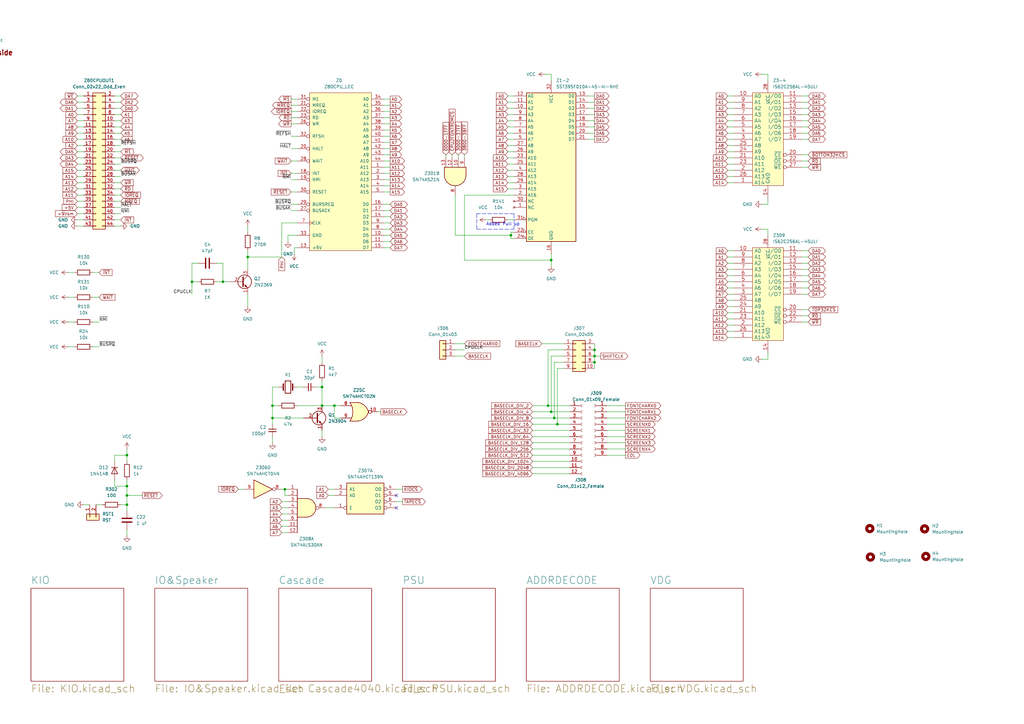
<source format=kicad_sch>
(kicad_sch (version 20211123) (generator eeschema)
  (paper "A3")
  (title_block (title "JupiterAce Z80 plus KIO and new memory format.") (date "2020-05-12") (rev "${REVNUM}") (company "Ontobus") (comment 1 "John Bradley") (comment 2 "https://creativecommons.org/licenses/by-nc-sa/4.0/") (comment 3 "Attribution-NonCommercial-ShareAlike 4.0 International License.") (comment 4 "This work is licensed under a Creative Commons "))
  (junction (at 132.08 166.37))
  (junction (at 111.76 166.37))
  (junction (at 227.33 171.45))
  (junction (at 52.07 207.01))
  (junction (at 91.44 115.57))
  (junction (at 226.06 106.68))
  (junction (at 243.84 148.59))
  (junction (at 224.79 166.37))
  (junction (at 101.6 105.41))
  (junction (at 132.08 158.75))
  (junction (at 52.07 186.69))
  (junction (at 226.06 168.91))
  (junction (at 52.07 203.2))
  (junction (at 209.55 96.52))
  (junction (at 243.84 143.51))
  (junction (at 116.84 200.66))
  (junction (at 111.76 171.45))
  (junction (at 228.6 173.99))
  (junction (at 243.84 146.05))
  (junction (at 78.74 115.57))
  (junction (at 52.07 199.39))
  (junction (at 137.16 166.37))
  (no_connect (at -6.35 41.91))
  (no_connect (at -21.59 44.45))
  (no_connect (at -39.37 39.37))
  (no_connect (at -24.13 41.91))
  (no_connect (at 162.56 208.28))
  (no_connect (at -58.42 39.37))
  (no_connect (at -58.42 44.45))
  (no_connect (at -43.18 41.91))
  (no_connect (at -58.42 69.85))
  (no_connect (at -58.42 64.77))
  (no_connect (at -58.42 113.03))
  (no_connect (at -43.18 115.57))
  (no_connect (at -43.18 67.31))
  (no_connect (at -39.37 64.77))
  (no_connect (at -39.37 69.85))
  (no_connect (at -24.13 67.31))
  (no_connect (at -58.42 92.71))
  (no_connect (at -43.18 92.71))
  (no_connect (at -58.42 118.11))
  (no_connect (at -21.59 39.37))
  (no_connect (at 162.56 203.2))
  (no_connect (at -39.37 44.45))
  (wire (pts (xy 248.92 176.53) (xy 256.54 176.53)))
  (wire (pts (xy 300.99 72.39) (xy 298.45 72.39)))
  (wire (pts (xy 52.07 186.69) (xy 46.99 186.69)))
  (wire (pts (xy 328.93 127) (xy 331.47 127)))
  (wire (pts (xy 226.06 104.14) (xy 226.06 106.68)))
  (wire (pts (xy 241.3 39.37) (xy 243.84 39.37)))
  (wire (pts (xy 30.48 132.08) (xy 27.94 132.08)))
  (wire (pts (xy 34.29 64.77) (xy 31.75 64.77)))
  (wire (pts (xy 120.65 101.6) (xy 120.65 104.14)))
  (wire (pts (xy 34.29 44.45) (xy 31.75 44.45)))
  (wire (pts (xy 210.82 74.93) (xy 208.28 74.93)))
  (wire (pts (xy 300.99 118.11) (xy 298.45 118.11)))
  (wire (pts (xy 209.55 96.52) (xy 209.55 97.79)))
  (wire (pts (xy 248.92 171.45) (xy 256.54 171.45)))
  (wire (pts (xy 190.5 80.01) (xy 210.82 80.01)))
  (wire (pts (xy 328.93 120.65) (xy 331.47 120.65)))
  (wire (pts (xy 46.99 196.85) (xy 46.99 199.39)))
  (wire (pts (xy 52.07 189.23) (xy 52.07 186.69)))
  (polyline (pts (xy 195.58 87.63) (xy 195.58 93.98)))
  (wire (pts (xy 52.07 203.2) (xy 52.07 207.01)))
  (wire (pts (xy 46.99 69.85) (xy 49.53 69.85)))
  (wire (pts (xy 328.93 66.04) (xy 331.47 66.04)))
  (wire (pts (xy 157.48 86.36) (xy 160.02 86.36)))
  (wire (pts (xy 46.99 54.61) (xy 49.53 54.61)))
  (wire (pts (xy 81.28 115.57) (xy 78.74 115.57)))
  (wire (pts (xy 46.99 90.17) (xy 49.53 90.17)))
  (wire (pts (xy 300.99 64.77) (xy 298.45 64.77)))
  (wire (pts (xy 328.93 113.03) (xy 331.47 113.03)))
  (wire (pts (xy 157.48 43.18) (xy 160.02 43.18)))
  (wire (pts (xy 121.92 101.6) (xy 120.65 101.6)))
  (wire (pts (xy 210.82 77.47) (xy 208.28 77.47)))
  (wire (pts (xy 34.29 57.15) (xy 31.75 57.15)))
  (wire (pts (xy 38.1 142.24) (xy 40.64 142.24)))
  (wire (pts (xy 248.92 168.91) (xy 256.54 168.91)))
  (wire (pts (xy 300.99 49.53) (xy 298.45 49.53)))
  (wire (pts (xy 34.29 52.07) (xy 31.75 52.07)))
  (wire (pts (xy 116.84 200.66) (xy 115.57 200.66)))
  (wire (pts (xy 121.92 50.8) (xy 119.38 50.8)))
  (wire (pts (xy 132.08 158.75) (xy 132.08 166.37)))
  (wire (pts (xy 46.99 39.37) (xy 49.53 39.37)))
  (wire (pts (xy 93.98 115.57) (xy 91.44 115.57)))
  (wire (pts (xy 46.99 57.15) (xy 49.53 57.15)))
  (wire (pts (xy 119.38 78.74) (xy 121.92 78.74)))
  (wire (pts (xy 157.48 88.9) (xy 160.02 88.9)))
  (wire (pts (xy 314.96 81.28) (xy 314.96 83.82)))
  (polyline (pts (xy 210.82 87.63) (xy 195.58 87.63)))
  (wire (pts (xy 34.29 82.55) (xy 31.75 82.55)))
  (wire (pts (xy 300.99 128.27) (xy 298.45 128.27)))
  (wire (pts (xy 111.76 181.61) (xy 111.76 179.07)))
  (wire (pts (xy 121.92 71.12) (xy 119.38 71.12)))
  (wire (pts (xy 210.82 49.53) (xy 208.28 49.53)))
  (wire (pts (xy 328.93 129.54) (xy 331.47 129.54)))
  (wire (pts (xy 154.94 168.91) (xy 156.21 168.91)))
  (wire (pts (xy 243.84 146.05) (xy 243.84 148.59)))
  (wire (pts (xy 248.92 173.99) (xy 256.54 173.99)))
  (wire (pts (xy 119.38 55.88) (xy 121.92 55.88)))
  (wire (pts (xy 30.48 121.92) (xy 27.94 121.92)))
  (wire (pts (xy 137.16 171.45) (xy 137.16 166.37)))
  (wire (pts (xy 210.82 54.61) (xy 208.28 54.61)))
  (wire (pts (xy 218.44 181.61) (xy 233.68 181.61)))
  (wire (pts (xy 31.75 90.17) (xy 34.29 90.17)))
  (wire (pts (xy 34.29 74.93) (xy 31.75 74.93)))
  (wire (pts (xy 314.96 30.48) (xy 312.42 30.48)))
  (wire (pts (xy 118.11 210.82) (xy 115.57 210.82)))
  (wire (pts (xy 118.11 213.36) (xy 115.57 213.36)))
  (wire (pts (xy 210.82 90.17) (xy 208.28 90.17)))
  (wire (pts (xy 210.82 39.37) (xy 208.28 39.37)))
  (wire (pts (xy 300.99 125.73) (xy 298.45 125.73)))
  (wire (pts (xy 328.93 63.5) (xy 331.47 63.5)))
  (wire (pts (xy 222.25 140.97) (xy 231.14 140.97)))
  (wire (pts (xy 248.92 179.07) (xy 256.54 179.07)))
  (wire (pts (xy 157.48 68.58) (xy 160.02 68.58)))
  (wire (pts (xy 218.44 191.77) (xy 233.68 191.77)))
  (wire (pts (xy 46.99 74.93) (xy 49.53 74.93)))
  (wire (pts (xy 121.92 60.96) (xy 119.38 60.96)))
  (wire (pts (xy 157.48 58.42) (xy 160.02 58.42)))
  (wire (pts (xy 300.99 138.43) (xy 298.45 138.43)))
  (wire (pts (xy 300.99 113.03) (xy 298.45 113.03)))
  (polyline (pts (xy 195.58 93.98) (xy 210.82 93.98)))
  (wire (pts (xy 328.93 41.91) (xy 331.47 41.91)))
  (wire (pts (xy 46.99 85.09) (xy 49.53 85.09)))
  (wire (pts (xy 241.3 44.45) (xy 243.84 44.45)))
  (wire (pts (xy 224.79 166.37) (xy 224.79 143.51)))
  (wire (pts (xy 300.99 105.41) (xy 298.45 105.41)))
  (wire (pts (xy 157.48 63.5) (xy 160.02 63.5)))
  (wire (pts (xy 210.82 95.25) (xy 209.55 95.25)))
  (wire (pts (xy 210.82 64.77) (xy 208.28 64.77)))
  (wire (pts (xy 111.76 171.45) (xy 111.76 173.99)))
  (wire (pts (xy 328.93 57.15) (xy 331.47 57.15)))
  (wire (pts (xy 157.48 73.66) (xy 160.02 73.66)))
  (wire (pts (xy 200.66 90.17) (xy 199.39 90.17)))
  (wire (pts (xy 328.93 49.53) (xy 331.47 49.53)))
  (wire (pts (xy 116.84 203.2) (xy 118.11 203.2)))
  (wire (pts (xy 30.48 111.76) (xy 27.94 111.76)))
  (wire (pts (xy 241.3 57.15) (xy 243.84 57.15)))
  (wire (pts (xy 162.56 200.66) (xy 165.1 200.66)))
  (wire (pts (xy 157.48 45.72) (xy 160.02 45.72)))
  (wire (pts (xy 210.82 41.91) (xy 208.28 41.91)))
  (wire (pts (xy 118.11 208.28) (xy 115.57 208.28)))
  (wire (pts (xy 300.99 39.37) (xy 298.45 39.37)))
  (wire (pts (xy 218.44 186.69) (xy 233.68 186.69)))
  (wire (pts (xy 46.99 49.53) (xy 49.53 49.53)))
  (wire (pts (xy 41.91 207.01) (xy 39.37 207.01)))
  (wire (pts (xy 227.33 148.59) (xy 231.14 148.59)))
  (wire (pts (xy 243.84 148.59) (xy 243.84 151.13)))
  (wire (pts (xy 298.45 46.99) (xy 300.99 46.99)))
  (wire (pts (xy 116.84 200.66) (xy 116.84 203.2)))
  (wire (pts (xy 226.06 33.02) (xy 226.06 30.48)))
  (wire (pts (xy 111.76 158.75) (xy 111.76 166.37)))
  (wire (pts (xy 248.92 186.69) (xy 256.54 186.69)))
  (wire (pts (xy 210.82 67.31) (xy 208.28 67.31)))
  (wire (pts (xy 210.82 72.39) (xy 208.28 72.39)))
  (wire (pts (xy 111.76 166.37) (xy 111.76 171.45)))
  (wire (pts (xy 118.11 215.9) (xy 115.57 215.9)))
  (wire (pts (xy 118.11 200.66) (xy 116.84 200.66)))
  (wire (pts (xy 300.99 110.49) (xy 298.45 110.49)))
  (wire (pts (xy 157.48 60.96) (xy 160.02 60.96)))
  (wire (pts (xy 226.06 168.91) (xy 233.68 168.91)))
  (wire (pts (xy 46.99 67.31) (xy 49.53 67.31)))
  (wire (pts (xy 137.16 203.2) (xy 134.62 203.2)))
  (wire (pts (xy 248.92 166.37) (xy 256.54 166.37)))
  (wire (pts (xy 224.79 166.37) (xy 233.68 166.37)))
  (wire (pts (xy 38.1 121.92) (xy 40.64 121.92)))
  (wire (pts (xy 46.99 52.07) (xy 49.53 52.07)))
  (wire (pts (xy 241.3 46.99) (xy 243.84 46.99)))
  (wire (pts (xy 209.55 95.25) (xy 209.55 96.52)))
  (wire (pts (xy 137.16 171.45) (xy 139.7 171.45)))
  (wire (pts (xy 52.07 199.39) (xy 52.07 203.2)))
  (wire (pts (xy 129.54 158.75) (xy 132.08 158.75)))
  (wire (pts (xy 243.84 143.51) (xy 243.84 140.97)))
  (wire (pts (xy 34.29 77.47) (xy 31.75 77.47)))
  (wire (pts (xy 218.44 179.07) (xy 233.68 179.07)))
  (wire (pts (xy 300.99 133.35) (xy 298.45 133.35)))
  (wire (pts (xy 157.48 55.88) (xy 160.02 55.88)))
  (wire (pts (xy 52.07 203.2) (xy 58.42 203.2)))
  (wire (pts (xy 46.99 44.45) (xy 49.53 44.45)))
  (wire (pts (xy 248.92 184.15) (xy 256.54 184.15)))
  (wire (pts (xy 227.33 171.45) (xy 233.68 171.45)))
  (wire (pts (xy 300.99 74.93) (xy 298.45 74.93)))
  (wire (pts (xy 34.29 69.85) (xy 31.75 69.85)))
  (wire (pts (xy 228.6 173.99) (xy 218.44 173.99)))
  (wire (pts (xy 52.07 196.85) (xy 52.07 199.39)))
  (wire (pts (xy 121.92 86.36) (xy 119.38 86.36)))
  (wire (pts (xy 300.99 59.69) (xy 298.45 59.69)))
  (wire (pts (xy 34.29 85.09) (xy 31.75 85.09)))
  (wire (pts (xy 157.48 78.74) (xy 160.02 78.74)))
  (wire (pts (xy 132.08 176.53) (xy 132.08 179.07)))
  (wire (pts (xy 46.99 62.23) (xy 49.53 62.23)))
  (wire (pts (xy 241.3 54.61) (xy 243.84 54.61)))
  (wire (pts (xy 52.07 217.17) (xy 52.07 219.71)))
  (wire (pts (xy 300.99 69.85) (xy 298.45 69.85)))
  (wire (pts (xy 157.48 93.98) (xy 160.02 93.98)))
  (wire (pts (xy 52.07 207.01) (xy 52.07 209.55)))
  (wire (pts (xy 157.48 96.52) (xy 160.02 96.52)))
  (wire (pts (xy 157.48 91.44) (xy 160.02 91.44)))
  (wire (pts (xy 218.44 194.31) (xy 233.68 194.31)))
  (wire (pts (xy 101.6 120.65) (xy 101.6 125.73)))
  (wire (pts (xy 224.79 143.51) (xy 231.14 143.51)))
  (wire (pts (xy 210.82 52.07) (xy 208.28 52.07)))
  (wire (pts (xy 328.93 46.99) (xy 331.47 46.99)))
  (wire (pts (xy 218.44 189.23) (xy 233.68 189.23)))
  (wire (pts (xy 300.99 135.89) (xy 298.45 135.89)))
  (wire (pts (xy 118.11 96.52) (xy 118.11 99.06)))
  (wire (pts (xy 186.69 143.51) (xy 190.5 143.51)))
  (wire (pts (xy 300.99 115.57) (xy 298.45 115.57)))
  (wire (pts (xy 115.57 105.41) (xy 115.57 91.44)))
  (wire (pts (xy 34.29 80.01) (xy 31.75 80.01)))
  (wire (pts (xy 226.06 106.68) (xy 226.06 109.22)))
  (wire (pts (xy 38.1 132.08) (xy 40.64 132.08)))
  (wire (pts (xy 300.99 52.07) (xy 298.45 52.07)))
  (wire (pts (xy 34.29 92.71) (xy 31.75 92.71)))
  (wire (pts (xy 328.93 105.41) (xy 331.47 105.41)))
  (wire (pts (xy 300.99 54.61) (xy 298.45 54.61)))
  (wire (pts (xy 182.88 64.77) (xy 182.88 63.5)))
  (wire (pts (xy 34.29 41.91) (xy 31.75 41.91)))
  (wire (pts (xy 52.07 199.39) (xy 46.99 199.39)))
  (wire (pts (xy 100.33 200.66) (xy 97.79 200.66)))
  (wire (pts (xy 52.07 184.15) (xy 52.07 186.69)))
  (wire (pts (xy 34.29 67.31) (xy 31.75 67.31)))
  (wire (pts (xy 210.82 62.23) (xy 208.28 62.23)))
  (wire (pts (xy 241.3 49.53) (xy 243.84 49.53)))
  (wire (pts (xy 328.93 39.37) (xy 331.47 39.37)))
  (wire (pts (xy 157.48 99.06) (xy 160.02 99.06)))
  (wire (pts (xy 101.6 105.41) (xy 101.6 110.49)))
  (wire (pts (xy 218.44 184.15) (xy 233.68 184.15)))
  (wire (pts (xy 46.99 80.01) (xy 49.53 80.01)))
  (wire (pts (xy 226.06 106.68) (xy 190.5 106.68)))
  (wire (pts (xy 300.99 57.15) (xy 298.45 57.15)))
  (wire (pts (xy 111.76 166.37) (xy 114.3 166.37)))
  (wire (pts (xy 228.6 173.99) (xy 233.68 173.99)))
  (wire (pts (xy 121.92 66.04) (xy 119.38 66.04)))
  (wire (pts (xy 328.93 110.49) (xy 331.47 110.49)))
  (wire (pts (xy 111.76 171.45) (xy 124.46 171.45)))
  (wire (pts (xy 186.69 140.97) (xy 190.5 140.97)))
  (wire (pts (xy 88.9 115.57) (xy 91.44 115.57)))
  (wire (pts (xy 121.92 166.37) (xy 132.08 166.37)))
  (wire (pts (xy 190.5 80.01) (xy 190.5 106.68)))
  (wire (pts (xy 300.99 102.87) (xy 298.45 102.87)))
  (wire (pts (xy 121.92 40.64) (xy 119.38 40.64)))
  (wire (pts (xy 118.11 218.44) (xy 115.57 218.44)))
  (wire (pts (xy 228.6 173.99) (xy 228.6 151.13)))
  (wire (pts (xy 210.82 46.99) (xy 208.28 46.99)))
  (wire (pts (xy 300.99 62.23) (xy 298.45 62.23)))
  (wire (pts (xy 132.08 148.59) (xy 132.08 146.05)))
  (wire (pts (xy 157.48 40.64) (xy 160.02 40.64)))
  (wire (pts (xy 300.99 130.81) (xy 298.45 130.81)))
  (wire (pts (xy 190.5 64.77) (xy 190.5 63.5)))
  (wire (pts (xy 46.99 46.99) (xy 49.53 46.99)))
  (wire (pts (xy 300.99 41.91) (xy 298.45 41.91)))
  (wire (pts (xy 157.48 48.26) (xy 160.02 48.26)))
  (wire (pts (xy 210.82 97.79) (xy 209.55 97.79)))
  (wire (pts (xy 34.29 54.61) (xy 31.75 54.61)))
  (wire (pts (xy 328.93 118.11) (xy 331.47 118.11)))
  (wire (pts (xy 210.82 57.15) (xy 208.28 57.15)))
  (wire (pts (xy 231.14 151.13) (xy 228.6 151.13)))
  (wire (pts (xy 185.42 63.5) (xy 185.42 64.77)))
  (wire (pts (xy 328.93 107.95) (xy 331.47 107.95)))
  (wire (pts (xy 314.96 30.48) (xy 314.96 33.02)))
  (wire (pts (xy 218.44 171.45) (xy 227.33 171.45)))
  (wire (pts (xy 157.48 53.34) (xy 160.02 53.34)))
  (wire (pts (xy 226.06 30.48) (xy 223.52 30.48)))
  (wire (pts (xy 34.29 62.23) (xy 31.75 62.23)))
  (wire (pts (xy 314.96 93.98) (xy 312.42 93.98)))
  (wire (pts (xy 34.29 59.69) (xy 31.75 59.69)))
  (wire (pts (xy 243.84 143.51) (xy 243.84 146.05)))
  (wire (pts (xy 243.84 146.05) (xy 246.38 146.05)))
  (wire (pts (xy 218.44 168.91) (xy 226.06 168.91)))
  (wire (pts (xy 49.53 87.63) (xy 46.99 87.63)))
  (wire (pts (xy 101.6 95.25) (xy 101.6 92.71)))
  (wire (pts (xy 132.08 166.37) (xy 137.16 166.37)))
  (wire (pts (xy 91.44 107.95) (xy 88.9 107.95)))
  (wire (pts (xy 78.74 115.57) (xy 78.74 120.65)))
  (wire (pts (xy 46.99 59.69) (xy 49.53 59.69)))
  (wire (pts (xy 300.99 120.65) (xy 298.45 120.65)))
  (wire (pts (xy 101.6 102.87) (xy 101.6 105.41)))
  (wire (pts (xy 121.92 48.26) (xy 119.38 48.26)))
  (wire (pts (xy 227.33 171.45) (xy 227.33 148.59)))
  (wire (pts (xy 241.3 52.07) (xy 243.84 52.07)))
  (wire (pts (xy 226.06 168.91) (xy 226.06 146.05)))
  (wire (pts (xy 248.92 181.61) (xy 256.54 181.61)))
  (wire (pts (xy 157.48 71.12) (xy 160.02 71.12)))
  (wire (pts (xy 312.42 83.82) (xy 314.96 83.82)))
  (wire (pts (xy 328.93 102.87) (xy 331.47 102.87)))
  (wire (pts (xy 34.29 49.53) (xy 31.75 49.53)))
  (wire (pts (xy 186.69 96.52) (xy 209.55 96.52)))
  (wire (pts (xy 300.99 44.45) (xy 298.45 44.45)))
  (wire (pts (xy 300.99 67.31) (xy 298.45 67.31)))
  (wire (pts (xy 312.42 147.32) (xy 314.96 147.32)))
  (wire (pts (xy 137.16 208.28) (xy 133.35 208.28)))
  (wire (pts (xy 119.38 83.82) (xy 121.92 83.82)))
  (wire (pts (xy 121.92 43.18) (xy 119.38 43.18)))
  (wire (pts (xy 157.48 76.2) (xy 160.02 76.2)))
  (wire (pts (xy 328.93 44.45) (xy 331.47 44.45)))
  (wire (pts (xy 218.44 176.53) (xy 233.68 176.53)))
  (wire (pts (xy 328.93 54.61) (xy 331.47 54.61)))
  (wire (pts (xy 46.99 92.71) (xy 49.53 92.71)))
  (wire (pts (xy 121.92 96.52) (xy 118.11 96.52)))
  (polyline (pts (xy 210.82 93.98) (xy 210.82 87.63)))
  (wire (pts (xy 328.93 115.57) (xy 331.47 115.57)))
  (wire (pts (xy 34.29 46.99) (xy 31.75 46.99)))
  (wire (pts (xy 328.93 68.58) (xy 331.47 68.58)))
  (wire (pts (xy 314.96 93.98) (xy 314.96 96.52)))
  (wire (pts (xy 132.08 156.21) (xy 132.08 158.75)))
  (wire (pts (xy 300.99 123.19) (xy 298.45 123.19)))
  (wire (pts (xy 34.29 72.39) (xy 31.75 72.39)))
  (wire (pts (xy 115.57 105.41) (xy 101.6 105.41)))
  (wire (pts (xy 118.11 205.74) (xy 115.57 205.74)))
  (wire (pts (xy 226.06 146.05) (xy 231.14 146.05)))
  (wire (pts (xy 210.82 44.45) (xy 208.28 44.45)))
  (wire (pts (xy 157.48 66.04) (xy 160.02 66.04)))
  (wire (pts (xy 34.29 39.37) (xy 31.75 39.37)))
  (wire (pts (xy 137.16 200.66) (xy 134.62 200.66)))
  (wire (pts (xy 46.99 82.55) (xy 49.53 82.55)))
  (wire (pts (xy 49.53 207.01) (xy 52.07 207.01)))
  (wire (pts (xy 187.96 64.77) (xy 187.96 63.5)))
  (wire (pts (xy 121.92 45.72) (xy 119.38 45.72)))
  (wire (pts (xy 157.48 50.8) (xy 160.02 50.8)))
  (wire (pts (xy 34.29 87.63) (xy 31.75 87.63)))
  (wire (pts (xy 137.16 166.37) (xy 139.7 166.37)))
  (wire (pts (xy 78.74 107.95) (xy 78.74 115.57)))
  (wire (pts (xy 46.99 186.69) (xy 46.99 189.23)))
  (wire (pts (xy 27.94 142.24) (xy 30.48 142.24)))
  (wire (pts (xy 46.99 72.39) (xy 49.53 72.39)))
  (wire (pts (xy 157.48 101.6) (xy 160.02 101.6)))
  (wire (pts (xy 36.83 207.01) (xy 34.29 207.01)))
  (wire (pts (xy 210.82 69.85) (xy 208.28 69.85)))
  (wire (pts (xy 81.28 107.95) (xy 78.74 107.95)))
  (wire (pts (xy 186.69 96.52) (xy 186.69 80.01)))
  (wire (pts (xy 300.99 107.95) (xy 298.45 107.95)))
  (wire (pts (xy 241.3 41.91) (xy 243.84 41.91)))
  (wire (pts (xy 186.69 146.05) (xy 190.5 146.05)))
  (wire (pts (xy 46.99 64.77) (xy 49.53 64.77)))
  (wire (pts (xy 121.92 73.66) (xy 119.38 73.66)))
  (wire (pts (xy 46.99 77.47) (xy 49.53 77.47)))
  (wire (pts (xy 162.56 205.74) (xy 165.1 205.74)))
  (wire (pts (xy 328.93 52.07) (xy 331.47 52.07)))
  (wire (pts (xy 91.44 115.57) (xy 91.44 107.95)))
  (wire (pts (xy 38.1 111.76) (xy 40.64 111.76)))
  (wire (pts (xy 314.96 144.78) (xy 314.96 147.32)))
  (wire (pts (xy 115.57 91.44) (xy 121.92 91.44)))
  (wire (pts (xy 328.93 132.08) (xy 331.47 132.08)))
  (wire (pts (xy 157.48 83.82) (xy 160.02 83.82)))
  (wire (pts (xy 46.99 41.91) (xy 49.53 41.91)))
  (wire (pts (xy 121.92 158.75) (xy 124.46 158.75)))
  (wire (pts (xy 111.76 158.75) (xy 114.3 158.75)))
  (wire (pts (xy 218.44 166.37) (xy 224.79 166.37)))
  (wire (pts (xy 210.82 59.69) (xy 208.28 59.69)))
  (text "Added Pull up" (at 199.39 92.71 0) (effects (font (size 1.27 1.27)) (justify left bottom)))
  (label "~{REFSH}" (at 119.38 55.88 0))
  (label "CPUCLK" (at 78.74 120.65 180))
  (label "~{NMI}" (at 40.64 132.08 0))
  (label "~{BUSAK}" (at 49.53 72.39 0))
  (label "~{REFSH}" (at 49.53 59.69 0))
  (label "CPUCLK" (at 190.5 143.51 0))
  (label "~{BUSRQ}" (at 49.53 67.31 0))
  (label "~{NMI}" (at 119.38 73.66 180))
  (label "~{BUSRQ}" (at 119.38 83.82 180))
  (label "~{HALT}" (at 49.53 85.09 0))
  (label "~{BUSRQ}" (at 40.64 142.24 0))
  (label "~{NMI}" (at 49.53 87.63 0))
  (label "~{BUSAK}" (at 119.38 86.36 180))
  (label "~{HALT}" (at 119.38 60.96 180))
  (global_label "~{WAIT}" (shape input) (at 119.38 66.04 180) (property "Intersheet References" "${INTERSHEET_REFS}" (at 112.9434 65.9606 0) (effects (justify right))))
  (global_label "DA5" (shape output) (at 243.84 52.07 0) (property "Intersheet References" "${INTERSHEET_REFS}" (at 249.7323 51.9906 0) (effects (justify left))))
  (global_label "BASECLK_DIV_1024" (shape input) (at 218.44 189.23 180) (property "Intersheet References" "${INTERSHEET_REFS}" (at 198.0939 189.1506 0) (effects (justify right))))
  (global_label "~{WAIT}" (shape bidirectional) (at 49.53 69.85 0) (property "Intersheet References" "${INTERSHEET_REFS}" (at 55.9666 69.7706 0) (effects (justify left))))
  (global_label "A6" (shape output) (at 160.02 55.88 0) (property "Intersheet References" "${INTERSHEET_REFS}" (at 164.6423 55.8006 0) (effects (justify left))))
  (global_label "DA4" (shape bidirectional) (at 331.47 49.53 0) (property "Intersheet References" "${INTERSHEET_REFS}" (at 337.3623 49.4506 0) (effects (justify left))))
  (global_label "A13" (shape input) (at 298.45 135.89 180) (property "Intersheet References" "${INTERSHEET_REFS}" (at 292.6182 135.8106 0) (effects (justify right))))
  (global_label "~{BOTTOM32KCS}" (shape input) (at 331.47 63.5 0) (property "Intersheet References" "${INTERSHEET_REFS}" (at 347.2804 63.4206 0) (effects (justify left))))
  (global_label "DA0" (shape bidirectional) (at 331.47 39.37 0) (property "Intersheet References" "${INTERSHEET_REFS}" (at 337.3623 39.2906 0) (effects (justify left))))
  (global_label "A4" (shape output) (at 160.02 50.8 0) (property "Intersheet References" "${INTERSHEET_REFS}" (at 164.6423 50.7206 0) (effects (justify left))))
  (global_label "A9" (shape input) (at 31.75 54.61 180) (property "Intersheet References" "${INTERSHEET_REFS}" (at 27.1277 54.5306 0) (effects (justify right))))
  (global_label "~{INT}" (shape input) (at 119.38 71.12 180) (property "Intersheet References" "${INTERSHEET_REFS}" (at 114.1529 71.0406 0) (effects (justify right))))
  (global_label "DA4" (shape bidirectional) (at 31.75 67.31 180) (property "Intersheet References" "${INTERSHEET_REFS}" (at 25.8577 67.2306 0) (effects (justify right))))
  (global_label "DA2" (shape bidirectional) (at 160.02 88.9 0) (property "Intersheet References" "${INTERSHEET_REFS}" (at 165.9123 88.8206 0) (effects (justify left))))
  (global_label "A0" (shape input) (at 31.75 46.99 180) (property "Intersheet References" "${INTERSHEET_REFS}" (at 27.1277 46.9106 0) (effects (justify right))))
  (global_label "A8" (shape input) (at 31.75 52.07 180) (property "Intersheet References" "${INTERSHEET_REFS}" (at 27.1277 51.9906 0) (effects (justify right))))
  (global_label "~{INT}" (shape input) (at 49.53 90.17 0) (property "Intersheet References" "${INTERSHEET_REFS}" (at 54.7571 90.0906 0) (effects (justify left))))
  (global_label "A12" (shape output) (at 160.02 71.12 0) (property "Intersheet References" "${INTERSHEET_REFS}" (at 165.8518 71.0406 0) (effects (justify left))))
  (global_label "A7" (shape input) (at 298.45 57.15 180) (property "Intersheet References" "${INTERSHEET_REFS}" (at 293.8277 57.0706 0) (effects (justify right))))
  (global_label "~{WR}" (shape input) (at 331.47 132.08 0) (property "Intersheet References" "${INTERSHEET_REFS}" (at 336.5156 132.0006 0) (effects (justify left))))
  (global_label "SCREENX0" (shape output) (at 256.54 173.99 0) (property "Intersheet References" "${INTERSHEET_REFS}" (at 268.6613 173.9106 0) (effects (justify left))))
  (global_label "~{RESET}" (shape input) (at 119.38 78.74 180) (property "Intersheet References" "${INTERSHEET_REFS}" (at 111.3106 78.6606 0) (effects (justify right))))
  (global_label "A10" (shape input) (at 31.75 57.15 180) (property "Intersheet References" "${INTERSHEET_REFS}" (at 25.9182 57.0706 0) (effects (justify right))))
  (global_label "DA5" (shape bidirectional) (at 31.75 62.23 180) (property "Intersheet References" "${INTERSHEET_REFS}" (at 25.8577 62.1506 0) (effects (justify right))))
  (global_label "A13" (shape input) (at 208.28 72.39 180) (property "Intersheet References" "${INTERSHEET_REFS}" (at 202.4482 72.3106 0) (effects (justify right))))
  (global_label "A5" (shape output) (at 160.02 53.34 0) (property "Intersheet References" "${INTERSHEET_REFS}" (at 164.6423 53.2606 0) (effects (justify left))))
  (global_label "BASECLK" (shape output) (at 156.21 168.91 0) (property "Intersheet References" "${INTERSHEET_REFS}" (at 166.8194 168.8306 0) (effects (justify left))))
  (global_label "~{RESET}" (shape output) (at 58.42 203.2 0) (property "Intersheet References" "${INTERSHEET_REFS}" (at 66.4894 203.1206 0) (effects (justify left))))
  (global_label "~{TOP32KCS}" (shape input) (at 331.47 127 0) (property "Intersheet References" "${INTERSHEET_REFS}" (at 343.5309 126.9206 0) (effects (justify left))))
  (global_label "A5" (shape input) (at 298.45 52.07 180) (property "Intersheet References" "${INTERSHEET_REFS}" (at 293.8277 51.9906 0) (effects (justify right))))
  (global_label "DA3" (shape bidirectional) (at 331.47 46.99 0) (property "Intersheet References" "${INTERSHEET_REFS}" (at 337.3623 46.9106 0) (effects (justify left))))
  (global_label "A12" (shape input) (at 31.75 77.47 180) (property "Intersheet References" "${INTERSHEET_REFS}" (at 25.9182 77.3906 0) (effects (justify right))))
  (global_label "A1" (shape input) (at 49.53 46.99 0) (property "Intersheet References" "${INTERSHEET_REFS}" (at 54.1523 46.9106 0) (effects (justify left))))
  (global_label "A14" (shape input) (at 31.75 72.39 180) (property "Intersheet References" "${INTERSHEET_REFS}" (at 25.9182 72.3106 0) (effects (justify right))))
  (global_label "BASECLK_DIV_512" (shape input) (at 218.44 186.69 180) (property "Intersheet References" "${INTERSHEET_REFS}" (at 199.3034 186.6106 0) (effects (justify right))))
  (global_label "DA1" (shape bidirectional) (at 331.47 105.41 0) (property "Intersheet References" "${INTERSHEET_REFS}" (at 337.3623 105.3306 0) (effects (justify left))))
  (global_label "PHI" (shape input) (at 31.75 82.55 180) (property "Intersheet References" "${INTERSHEET_REFS}" (at 26.2206 82.4706 0) (effects (justify right))))
  (global_label "DA6" (shape bidirectional) (at 160.02 99.06 0) (property "Intersheet References" "${INTERSHEET_REFS}" (at 165.9123 98.9806 0) (effects (justify left))))
  (global_label "A7" (shape input) (at 298.45 120.65 180) (property "Intersheet References" "${INTERSHEET_REFS}" (at 293.8277 120.5706 0) (effects (justify right))))
  (global_label "A6" (shape input) (at 115.57 215.9 180) (property "Intersheet References" "${INTERSHEET_REFS}" (at 110.9477 215.8206 0) (effects (justify right))))
  (global_label "A13" (shape input) (at 298.45 72.39 180) (property "Intersheet References" "${INTERSHEET_REFS}" (at 292.6182 72.3106 0) (effects (justify right))))
  (global_label "A3" (shape input) (at 49.53 49.53 0) (property "Intersheet References" "${INTERSHEET_REFS}" (at 54.1523 49.4506 0) (effects (justify left))))
  (global_label "A10" (shape input) (at 298.45 64.77 180) (property "Intersheet References" "${INTERSHEET_REFS}" (at 292.6182 64.6906 0) (effects (justify right))))
  (global_label "DA1" (shape bidirectional) (at 331.47 41.91 0) (property "Intersheet References" "${INTERSHEET_REFS}" (at 337.3623 41.8306 0) (effects (justify left))))
  (global_label "A11" (shape output) (at 160.02 68.58 0) (property "Intersheet References" "${INTERSHEET_REFS}" (at 165.8518 68.5006 0) (effects (justify left))))
  (global_label "BASECLK_DIV_16" (shape input) (at 218.44 173.99 180) (property "Intersheet References" "${INTERSHEET_REFS}" (at 200.5129 173.9106 0) (effects (justify right))))
  (global_label "DA2" (shape bidirectional) (at 49.53 41.91 0) (property "Intersheet References" "${INTERSHEET_REFS}" (at 55.4223 41.8306 0) (effects (justify left))))
  (global_label "A9" (shape output) (at 160.02 63.5 0) (property "Intersheet References" "${INTERSHEET_REFS}" (at 164.6423 63.4206 0) (effects (justify left))))
  (global_label "A8" (shape input) (at 298.45 59.69 180) (property "Intersheet References" "${INTERSHEET_REFS}" (at 293.8277 59.6106 0) (effects (justify right))))
  (global_label "DA0" (shape bidirectional) (at 49.53 44.45 0) (property "Intersheet References" "${INTERSHEET_REFS}" (at 55.4223 44.3706 0) (effects (justify left))))
  (global_label "SCREENX4" (shape output) (at 256.54 184.15 0) (property "Intersheet References" "${INTERSHEET_REFS}" (at 268.6613 184.0706 0) (effects (justify left))))
  (global_label "DA0" (shape output) (at 243.84 39.37 0) (property "Intersheet References" "${INTERSHEET_REFS}" (at 249.7323 39.2906 0) (effects (justify left))))
  (global_label "DA0" (shape bidirectional) (at 160.02 83.82 0) (property "Intersheet References" "${INTERSHEET_REFS}" (at 165.9123 83.7406 0) (effects (justify left))))
  (global_label "DA3" (shape output) (at 243.84 46.99 0) (property "Intersheet References" "${INTERSHEET_REFS}" (at 249.7323 46.9106 0) (effects (justify left))))
  (global_label "DA7" (shape bidirectional) (at 331.47 57.15 0) (property "Intersheet References" "${INTERSHEET_REFS}" (at 337.3623 57.0706 0) (effects (justify left))))
  (global_label "A8" (shape input) (at 208.28 59.69 180) (property "Intersheet References" "${INTERSHEET_REFS}" (at 203.6577 59.6106 0) (effects (justify right))))
  (global_label "A6" (shape input) (at 208.28 54.61 180) (property "Intersheet References" "${INTERSHEET_REFS}" (at 203.6577 54.5306 0) (effects (justify right))))
  (global_label "~{MREQ}" (shape output) (at 119.38 43.18 180) (property "Intersheet References" "${INTERSHEET_REFS}" (at 111.8548 43.1006 0) (effects (justify right))))
  (global_label "~{WR}" (shape input) (at 49.53 74.93 0) (property "Intersheet References" "${INTERSHEET_REFS}" (at 54.5756 74.8506 0) (effects (justify left))))
  (global_label "DA7" (shape bidirectional) (at 331.47 120.65 0) (property "Intersheet References" "${INTERSHEET_REFS}" (at 337.3623 120.5706 0) (effects (justify left))))
  (global_label "~{RD}" (shape input) (at 331.47 66.04 0) (property "Intersheet References" "${INTERSHEET_REFS}" (at 336.3342 65.9606 0) (effects (justify left))))
  (global_label "+5V" (shape input) (at 31.75 85.09 180) (property "Intersheet References" "${INTERSHEET_REFS}" (at 25.5553 85.0106 0) (effects (justify right))))
  (global_label "~{INT}" (shape input) (at 40.64 111.76 0) (property "Intersheet References" "${INTERSHEET_REFS}" (at 45.8671 111.6806 0) (effects (justify left))))
  (global_label "DA3" (shape bidirectional) (at 160.02 91.44 0) (property "Intersheet References" "${INTERSHEET_REFS}" (at 165.9123 91.3606 0) (effects (justify left))))
  (global_label "A0" (shape input) (at 298.45 39.37 180) (property "Intersheet References" "${INTERSHEET_REFS}" (at 293.8277 39.2906 0) (effects (justify right))))
  (global_label "A7" (shape input) (at 208.28 57.15 180) (property "Intersheet References" "${INTERSHEET_REFS}" (at 203.6577 57.0706 0) (effects (justify right))))
  (global_label "~{TAPECS}" (shape output) (at 165.1 205.74 0) (property "Intersheet References" "${INTERSHEET_REFS}" (at 174.379 205.6606 0) (effects (justify left))))
  (global_label "A4" (shape input) (at 298.45 113.03 180) (property "Intersheet References" "${INTERSHEET_REFS}" (at 293.8277 112.9506 0) (effects (justify right))))
  (global_label "A1" (shape input) (at 208.28 41.91 180) (property "Intersheet References" "${INTERSHEET_REFS}" (at 203.6577 41.8306 0) (effects (justify right))))
  (global_label "A11" (shape input) (at 298.45 130.81 180) (property "Intersheet References" "${INTERSHEET_REFS}" (at 292.6182 130.7306 0) (effects (justify right))))
  (global_label "EOL" (shape output) (at 256.54 186.69 0) (property "Intersheet References" "${INTERSHEET_REFS}" (at 262.3718 186.6106 0) (effects (justify left))))
  (global_label "A2" (shape input) (at 298.45 107.95 180) (property "Intersheet References" "${INTERSHEET_REFS}" (at 293.8277 107.8706 0) (effects (justify right))))
  (global_label "SCREENX1" (shape output) (at 256.54 176.53 0) (property "Intersheet References" "${INTERSHEET_REFS}" (at 268.6613 176.4506 0) (effects (justify left))))
  (global_label "A5" (shape input) (at 208.28 52.07 180) (property "Intersheet References" "${INTERSHEET_REFS}" (at 203.6577 51.9906 0) (effects (justify right))))
  (global_label "DA6" (shape bidirectional) (at 31.75 41.91 180) (property "Intersheet References" "${INTERSHEET_REFS}" (at 25.8577 41.8306 0) (effects (justify right))))
  (global_label "DA6" (shape bidirectional) (at 331.47 118.11 0) (property "Intersheet References" "${INTERSHEET_REFS}" (at 337.3623 118.0306 0) (effects (justify left))))
  (global_label "FONTCHARX0" (shape output) (at 256.54 166.37 0) (property "Intersheet References" "${INTERSHEET_REFS}" (at 270.9594 166.2906 0) (effects (justify left))))
  (global_label "A3" (shape output) (at 160.02 48.26 0) (property "Intersheet References" "${INTERSHEET_REFS}" (at 164.6423 48.1806 0) (effects (justify left))))
  (global_label "A12" (shape input) (at 298.45 69.85 180) (property "Intersheet References" "${INTERSHEET_REFS}" (at 292.6182 69.7706 0) (effects (justify right))))
  (global_label "DA4" (shape bidirectional) (at 160.02 93.98 0) (property "Intersheet References" "${INTERSHEET_REFS}" (at 165.9123 93.9006 0) (effects (justify left))))
  (global_label "~{3000-37FF}" (shape input) (at 187.96 63.5 90) (property "Intersheet References" "${INTERSHEET_REFS}" (at 187.8806 50.1691 90) (effects (justify left))))
  (global_label "DA5" (shape bidirectional) (at 331.47 115.57 0) (property "Intersheet References" "${INTERSHEET_REFS}" (at 337.3623 115.4906 0) (effects (justify left))))
  (global_label "SCREENX3" (shape output) (at 256.54 181.61 0) (property "Intersheet References" "${INTERSHEET_REFS}" (at 268.6613 181.5306 0) (effects (justify left))))
  (global_label "BASECLK_DIV_2048" (shape input) (at 218.44 191.77 180) (property "Intersheet References" "${INTERSHEET_REFS}" (at 198.0939 191.6906 0) (effects (justify right))))
  (global_label "A6" (shape input) (at 298.45 118.11 180) (property "Intersheet References" "${INTERSHEET_REFS}" (at 293.8277 118.0306 0) (effects (justify right))))
  (global_label "A0" (shape input) (at 134.62 203.2 180) (property "Intersheet References" "${INTERSHEET_REFS}" (at 129.9977 203.1206 0) (effects (justify right))))
  (global_label "~{RD}" (shape input) (at 49.53 77.47 0) (property "Intersheet References" "${INTERSHEET_REFS}" (at 54.3942 77.3906 0) (effects (justify left))))
  (global_label "DA2" (shape bidirectional) (at 331.47 44.45 0) (property "Intersheet References" "${INTERSHEET_REFS}" (at 337.3623 44.3706 0) (effects (justify left))))
  (global_label "+9Vsm" (shape input) (at 31.75 87.63 180) (property "Intersheet References" "${INTERSHEET_REFS}" (at 22.8339 87.5506 0) (effects (justify right))))
  (global_label "~{M1}" (shape output) (at 119.38 40.64 180) (property "Intersheet References" "${INTERSHEET_REFS}" (at 114.3948 40.5606 0) (effects (justify right))))
  (global_label "A2" (shape input) (at 115.57 205.74 180) (property "Intersheet References" "${INTERSHEET_REFS}" (at 110.9477 205.6606 0) (effects (justify right))))
  (global_label "A0" (shape input) (at 298.45 102.87 180) (property "Intersheet References" "${INTERSHEET_REFS}" (at 293.8277 102.7906 0) (effects (justify right))))
  (global_label "A10" (shape output) (at 160.02 66.04 0) (property "Intersheet References" "${INTERSHEET_REFS}" (at 165.8518 65.9606 0) (effects (justify left))))
  (global_label "A7" (shape input) (at 31.75 49.53 180) (property "Intersheet References" "${INTERSHEET_REFS}" (at 27.1277 49.4506 0) (effects (justify right))))
  (global_label "A2" (shape output) (at 160.02 45.72 0) (property "Intersheet References" "${INTERSHEET_REFS}" (at 164.6423 45.6406 0) (effects (justify left))))
  (global_label "~{3800-3BFF}" (shape input) (at 190.5 63.5 90) (property "Intersheet References" "${INTERSHEET_REFS}" (at 190.4206 50.1087 90) (effects (justify left))))
  (global_label "A2" (shape input) (at 208.28 44.45 180) (property "Intersheet References" "${INTERSHEET_REFS}" (at 203.6577 44.3706 0) (effects (justify right))))
  (global_label "BASECLK_DIV_2" (shape input) (at 218.44 166.37 180) (property "Intersheet References" "${INTERSHEET_REFS}" (at 201.7225 166.2906 0) (effects (justify right))))
  (global_label "A7" (shape input) (at 115.57 218.44 180) (property "Intersheet References" "${INTERSHEET_REFS}" (at 110.9477 218.3606 0) (effects (justify right))))
  (global_label "DA7" (shape bidirectional) (at 160.02 101.6 0) (property "Intersheet References" "${INTERSHEET_REFS}" (at 165.9123 101.5206 0) (effects (justify left))))
  (global_label "A3" (shape input) (at 298.45 110.49 180) (property "Intersheet References" "${INTERSHEET_REFS}" (at 293.8277 110.4106 0) (effects (justify right))))
  (global_label "PHI" (shape input) (at 115.57 105.41 270) (property "Intersheet References" "${INTERSHEET_REFS}" (at 115.4906 110.9394 90) (effects (justify right))))
  (global_label "BASECLK_DIV_32" (shape input) (at 218.44 176.53 180) (property "Intersheet References" "${INTERSHEET_REFS}" (at 200.5129 176.4506 0) (effects (justify right))))
  (global_label "~{IOREQ}" (shape output) (at 119.38 45.72 180) (property "Intersheet References" "${INTERSHEET_REFS}" (at 111.371 45.6406 0) (effects (justify right))))
  (global_label "A9" (shape input) (at 298.45 62.23 180) (property "Intersheet References" "${INTERSHEET_REFS}" (at 293.8277 62.1506 0) (effects (justify right))))
  (global_label "A2" (shape input) (at 298.45 44.45 180) (property "Intersheet References" "${INTERSHEET_REFS}" (at 293.8277 44.3706 0) (effects (justify right))))
  (global_label "A14" (shape input) (at 298.45 74.93 180) (property "Intersheet References" "${INTERSHEET_REFS}" (at 292.6182 74.8506 0) (effects (justify right))))
  (global_label "~{0000-1FFF}" (shape input) (at 182.88 63.5 90) (property "Intersheet References" "${INTERSHEET_REFS}" (at 182.8006 50.2901 90) (effects (justify left))))
  (global_label "SCREENX2" (shape output) (at 256.54 179.07 0) (property "Intersheet References" "${INTERSHEET_REFS}" (at 268.6613 178.9906 0) (effects (justify left))))
  (global_label "A4" (shape input) (at 49.53 52.07 0) (property "Intersheet References" "${INTERSHEET_REFS}" (at 54.1523 51.9906 0) (effects (justify left))))
  (global_label "DA0" (shape bidirectional) (at 331.47 102.87 0) (property "Intersheet References" "${INTERSHEET_REFS}" (at 337.3623 102.7906 0) (effects (justify left))))
  (global_label "A2" (shape input) (at 31.75 59.69 180) (property "Intersheet References" "${INTERSHEET_REFS}" (at 27.1277 59.6106 0) (effects (justify right))))
  (global_label "~{IOREQ}" (shape input) (at 97.79 200.66 180) (property "Intersheet References" "${INTERSHEET_REFS}" (at 89.781 200.5806 0) (effects (justify right))))
  (global_label "A5" (shape input) (at 49.53 54.61 0) (property "Intersheet References" "${INTERSHEET_REFS}" (at 54.1523 54.5306 0) (effects (justify left))))
  (global_label "~{CPU2FONTROMCS}" (shape input) (at 185.42 63.5 90) (property "Intersheet References" "${INTERSHEET_REFS}" (at 185.3406 44.8472 90) (effects (justify left))))
  (global_label "FONTCHARX0" (shape input) (at 190.5 140.97 0) (property "Intersheet References" "${INTERSHEET_REFS}" (at 204.9194 140.8906 0) (effects (justify left))))
  (global_label "A14" (shape input) (at 298.45 138.43 180) (property "Intersheet References" "${INTERSHEET_REFS}" (at 292.6182 138.3506 0) (effects (justify right))))
  (global_label "DA3" (shape bidirectional) (at 31.75 64.77 180) (property "Intersheet References" "${INTERSHEET_REFS}" (at 25.8577 64.6906 0) (effects (justify right))))
  (global_label "A1" (shape input) (at 298.45 105.41 180) (property "Intersheet References" "${INTERSHEET_REFS}" (at 293.8277 105.3306 0) (effects (justify right))))
  (global_label "A1" (shape output) (at 160.02 43.18 0) (property "Intersheet References" "${INTERSHEET_REFS}" (at 164.6423 43.1006 0) (effects (justify left))))
  (global_label "SHIFTCLK" (shape output) (at 246.38 146.05 0) (property "Intersheet References" "${INTERSHEET_REFS}" (at 257.4732 145.9706 0) (effects (justify left))))
  (global_label "FONTCHARX1" (shape output) (at 256.54 168.91 0) (property "Intersheet References" "${INTERSHEET_REFS}" (at 270.9594 168.8306 0) (effects (justify left))))
  (global_label "A3" (shape input) (at 208.28 46.99 180) (property "Intersheet References" "${INTERSHEET_REFS}" (at 203.6577 46.9106 0) (effects (justify right))))
  (global_label "DA4" (shape bidirectional) (at 331.47 113.03 0) (property "Intersheet References" "${INTERSHEET_REFS}" (at 337.3623 112.9506 0) (effects (justify left))))
  (global_label "A10" (shape input) (at 208.28 64.77 180) (property "Intersheet References" "${INTERSHEET_REFS}" (at 202.4482 64.6906 0) (effects (justify right))))
  (global_label "DA6" (shape output) (at 243.84 54.61 0) (property "Intersheet References" "${INTERSHEET_REFS}" (at 249.7323 54.5306 0) (effects (justify left))))
  (global_label "DA4" (shape output) (at 243.84 49.53 0) (property "Intersheet References" "${INTERSHEET_REFS}" (at 249.7323 49.4506 0) (effects (justify left))))
  (global_label "DA6" (shape bidirectional) (at 331.47 54.61 0) (property "Intersheet References" "${INTERSHEET_REFS}" (at 337.3623 54.5306 0) (effects (justify left))))
  (global_label "BASECLK" (shape input) (at 222.25 140.97 180) (property "Intersheet References" "${INTERSHEET_REFS}" (at 211.6406 140.8906 0) (effects (justify right))))
  (global_label "A7" (shape output) (at 160.02 58.42 0) (property "Intersheet References" "${INTERSHEET_REFS}" (at 164.6423 58.3406 0) (effects (justify left))))
  (global_label "~{RD}" (shape output) (at 119.38 48.26 180) (property "Intersheet References" "${INTERSHEET_REFS}" (at 114.5158 48.1806 0) (effects (justify right))))
  (global_label "BASECLK_DIV_128" (shape input) (at 218.44 181.61 180) (property "Intersheet References" "${INTERSHEET_REFS}" (at 199.3034 181.5306 0) (effects (justify right))))
  (global_label "DA2" (shape output) (at 243.84 44.45 0) (property "Intersheet References" "${INTERSHEET_REFS}" (at 249.7323 44.3706 0) (effects (justify left))))
  (global_label "~{IOREQ}" (shape input) (at 49.53 80.01 0) (property "Intersheet References" "${INTERSHEET_REFS}" (at 57.539 79.9306 0) (effects (justify left))))
  (global_label "A9" (shape input) (at 208.28 62.23 180) (property "Intersheet References" "${INTERSHEET_REFS}" (at 203.6577 62.1506 0) (effects (justify right))))
  (global_label "A3" (shape input) (at 298.45 46.99 180) (property "Intersheet References" "${INTERSHEET_REFS}" (at 293.8277 46.9106 0) (effects (justify right))))
  (global_label "A0" (shape input) (at 208.28 39.37 180) (property "Intersheet References" "${INTERSHEET_REFS}" (at 203.6577 39.2906 0) (effects (justify right))))
  (global_label "~{RESET}" (shape bidirectional) (at 49.53 64.77 0) (property "Intersheet References" "${INTERSHEET_REFS}" (at 57.5994 64.6906 0) (effects (justify left))))
  (global_label "DA7" (shape bidirectional) (at 49.53 39.37 0) (property "Intersheet References" "${INTERSHEET_REFS}" (at 55.4223 39.2906 0) (effects (justify left))))
  (global_label "A0" (shape output) (at 160.02 40.64 0) (property "Intersheet References" "${INTERSHEET_REFS}" (at 164.6423 40.5606 0) (effects (justify left))))
  (global_label "~{WE}" (shape input) (at 31.75 39.37 180) (property "Intersheet References" "${INTERSHEET_REFS}" (at 26.8253 39.2906 0) (effects (justify right))))
  (global_label "A1" (shape input) (at 298.45 41.91 180) (property "Intersheet References" "${INTERSHEET_REFS}" (at 293.8277 41.8306 0) (effects (justify right))))
  (global_label "A3" (shape input) (at 115.57 208.28 180) (property "Intersheet References" "${INTERSHEET_REFS}" (at 110.9477 208.2006 0) (effects (justify right))))
  (global_label "~{WAIT}" (shape input) (at 40.64 121.92 0) (property "Intersheet References" "${INTERSHEET_REFS}" (at 47.0766 121.8406 0) (effects (justify left))))
  (global_label "~{KIOCS}" (shape output) (at 165.1 200.66 0) (property "Intersheet References" "${INTERSHEET_REFS}" (at 173.109 200.5806 0) (effects (justify left))))
  (global_label "DA2" (shape bidirectional) (at 331.47 107.95 0) (property "Intersheet References" "${INTERSHEET_REFS}" (at 337.3623 107.8706 0) (effects (justify left))))
  (global_label "A14" (shape output) (at 160.02 76.2 0) (property "Intersheet References" "${INTERSHEET_REFS}" (at 165.8518 76.1206 0) (effects (justify left))))
  (global_label "A4" (shape input) (at 115.57 210.82 180) (property "Intersheet References" "${INTERSHEET_REFS}" (at 110.9477 210.7406 0) (effects (justify right))))
  (global_label "A8" (shape output) (at 160.02 60.96 0) (property "Intersheet References" "${INTERSHEET_REFS}" (at 164.6423 60.8806 0) (effects (justify left))))
  (global_label "~{M1}" (shape input) (at 49.53 62.23 0) (property "Intersheet References" "${INTERSHEET_REFS}" (at 54.5152 62.1506 0) (effects (justify left))))
  (global_label "DA5" (shape bidirectional) (at 331.47 52.07 0) (property "Intersheet References" "${INTERSHEET_REFS}" (at 337.3623 51.9906 0) (effects (justify left))))
  (global_label "DA7" (shape output) (at 243.84 57.15 0) (property "Intersheet References" "${INTERSHEET_REFS}" (at 249.7323 57.0706 0) (effects (justify left))))
  (global_label "DA1" (shape bidirectional) (at 31.75 44.45 180) (property "Intersheet References" "${INTERSHEET_REFS}" (at 25.8577 44.3706 0) (effects (justify right))))
  (global_label "BASECLK_DIV_256" (shape input) (at 218.44 184.15 180) (property "Intersheet References" "${INTERSHEET_REFS}" (at 199.3034 184.0706 0) (effects (justify right))))
  (global_label "DA3" (shape bidirectional) (at 331.47 110.49 0) (property "Intersheet References" "${INTERSHEET_REFS}" (at 337.3623 110.4106 0) (effects (justify left))))
  (global_label "~{MREQ}" (shape input) (at 49.53 82.55 0) (property "Intersheet References" "${INTERSHEET_REFS}" (at 57.0552 82.4706 0) (effects (justify left))))
  (global_label "A5" (shape input) (at 115.57 213.36 180) (property "Intersheet References" "${INTERSHEET_REFS}" (at 110.9477 213.2806 0) (effects (justify right))))
  (global_label "DA1" (shape bidirectional) (at 160.02 86.36 0) (property "Intersheet References" "${INTERSHEET_REFS}" (at 165.9123 86.2806 0) (effects (justify left))))
  (global_label "A11" (shape input) (at 208.28 67.31 180) (property "Intersheet References" "${INTERSHEET_REFS}" (at 202.4482 67.2306 0) (effects (justify right))))
  (global_label "A4" (shape input) (at 298.45 49.53 180) (property "Intersheet References" "${INTERSHEET_REFS}" (at 293.8277 49.4506 0) (effects (justify right))))
  (global_label "A5" (shape input) (at 298.45 115.57 180) (property "Intersheet References" "${INTERSHEET_REFS}" (at 293.8277 115.4906 0) (effects (justify right))))
  (global_label "A13" (shape output) (at 160.02 73.66 0) (property "Intersheet References" "${INTERSHEET_REFS}" (at 165.8518 73.5806 0) (effects (justify left))))
  (global_label "A1" (shape input) (at 134.62 200.66 180) (property "Intersheet References" "${INTERSHEET_REFS}" (at 129.9977 200.5806 0) (effects (justify right))))
  (global_label "A8" (shape input) (at 298.45 123.19 180) (property "Intersheet References" "${INTERSHEET_REFS}" (at 293.8277 123.1106 0) (effects (justify right))))
  (global_label "BASECLK" (shape input) (at 190.5 146.05 0) (property "Intersheet References" "${INTERSHEET_REFS}" (at 201.1094 145.9706 0) (effects (justify left))))
  (global_label "BASECLK_DIV_8" (shape input) (at 218.44 171.45 180) (property "Intersheet References" "${INTERSHEET_REFS}" (at 201.7225 171.3706 0) (effects (justify right))))
  (global_label "~{RD}" (shape input) (at 331.47 129.54 0) (property "Intersheet References" "${INTERSHEET_REFS}" (at 336.3342 129.4606 0) (effects (justify left))))
  (global_label "A6" (shape input) (at 49.53 57.15 0) (property "Intersheet References" "${INTERSHEET_REFS}" (at 54.1523 57.0706 0) (effects (justify left))))
  (global_label "A12" (shape input) (at 298.45 133.35 180) (property "Intersheet References" "${INTERSHEET_REFS}" (at 292.6182 133.2706 0) (effects (justify right))))
  (global_label "A13" (shape input) (at 31.75 74.93 180) (property "Intersheet References" "${INTERSHEET_REFS}" (at 25.9182 74.8506 0) (effects (justify right))))
  (global_label "~{WR}" (shape input) (at 331.47 68.58 0) (property "Intersheet References" "${INTERSHEET_REFS}" (at 336.5156 68.5006 0) (effects (justify left))))
  (global_label "A10" (shape input) (at 298.45 128.27 180) (property "Intersheet References" "${INTERSHEET_REFS}" (at 292.6182 128.1906 0) (effects (justify right))))
  (global_label "~{WR}" (shape output) (at 119.38 50.8 180) (property "Intersheet References" "${INTERSHEET_REFS}" (at 114.3344 50.7206 0) (effects (justify right))))
  (global_label "FONTCHARX2" (shape output) (at 256.54 171.45 0) (property "Intersheet References" "${INTERSHEET_REFS}" (at 270.9594 171.3706 0) (effects (justify left))))
  (global_label "A15" (shape input) (at 31.75 69.85 180) (property "Intersheet References" "${INTERSHEET_REFS}" (at 25.9182 69.7706 0) (effects (justify right))))
  (global_label "A6" (shape input) (at 298.45 54.61 180) (property "Intersheet References" "${INTERSHEET_REFS}" (at 293.8277 54.5306 0) (effects (justify right))))
  (global_label "DA1" (shape output) (at 243.84 41.91 0) (property "Intersheet References" "${INTERSHEET_REFS}" (at 249.7323 41.8306 0) (effects (justify left))))
  (global_label "A12" (shape input) (at 208.28 69.85 180) (property "Intersheet References" "${INTERSHEET_REFS}" (at 202.4482 69.7706 0) (effects (justify right))))
  (global_label "A14" (shape input) (at 208.28 74.93 180) (property "Intersheet References" "${INTERSHEET_REFS}" (at 202.4482 74.8506 0) (effects (justify right))))
  (global_label "A15" (shape output) (at 160.02 78.74 0) (property "Intersheet References" "${INTERSHEET_REFS}" (at 165.8518 78.6606 0) (effects (justify left))))
  (global_label "A4" (shape input) (at 208.28 49.53 180) (property "Intersheet References" "${INTERSHEET_REFS}" (at 203.6577 49.4506 0) (effects (justify right))))
  (global_label "A11" (shape input) (at 31.75 80.01 180) (property "Intersheet References" "${INTERSHEET_REFS}" (at 25.9182 79.9306 0) (effects (justify right))))
  (global_label "BASECLK_DIV_4096" (shape input) (at 218.44 194.31 180) (property "Intersheet References" "${INTERSHEET_REFS}" (at 198.0939 194.2306 0) (effects (justify right))))
  (global_label "A15" (shape input) (at 208.28 77.47 180) (property "Intersheet References" "${INTERSHEET_REFS}" (at 202.4482 77.3906 0) (effects (justify right))))
  (global_label "BASECLK_DIV_4" (shape input) (at 218.44 168.91 180) (property "Intersheet References" "${INTERSHEET_REFS}" (at 201.7225 168.8306 0) (effects (justify right))))
  (global_label "BASECLK_DIV_64" (shape input) (at 218.44 179.07 180) (property "Intersheet References" "${INTERSHEET_REFS}" (at 200.5129 178.9906 0) (effects (justify right))))
  (global_label "A9" (shape input) (at 298.45 125.73 180) (property "Intersheet References" "${INTERSHEET_REFS}" (at 293.8277 125.6506 0) (effects (justify right))))
  (global_label "A11" (shape input) (at 298.45 67.31 180) (property "Intersheet References" "${INTERSHEET_REFS}" (at 292.6182 67.2306 0) (effects (justify right))))
  (global_label "DA5" (shape bidirectional) (at 160.02 96.52 0) (property "Intersheet References" "${INTERSHEET_REFS}" (at 165.9123 96.4406 0) (effects (justify left))))
  (symbol (lib_id "Zilog_Z80:Z80CPU-LCC") (at 127 38.1 0) (unit 1)
    (property "Reference" "Z0" (at 139.065 33.02 0))
    (property "Value" "Z80CPU_LCC" (at 139.065 35.56 0))
    (property "Footprint" "ExtraFootprints:PLCC-44_THT-Socket" (effects hide))
    (property "Datasheet" "https://www.mouser.co.uk/datasheet/2/450/ps0178-19386.pdf" (effects hide))
    (property "Manufacturer_Name" "Zilog" (effects hide))
    (property "Manufacturer_Part_Number" "Z84C00" (effects hide))
  )
  (symbol (lib_id "power:GND") (at 101.6 125.73 0) (unit 1)
    (property "Reference" "#0103" (effects hide))
    (property "Value" "GND" (at 101.6 130.81 0))
  )
  (symbol (lib_id "ExtraSymbols:IS62C256AL") (at 308.61 38.1 0) (unit 1)
    (property "Reference" "Z3-4" (at 316.9794 33.02 0) (effects (justify left)))
    (property "Value" "IS62C256AL-45ULI" (at 316.9794 35.56 0) (effects (justify left)))
    (property "Footprint" "ExtraFootprints:SOP-28_8.3x18.15mm_P1.27mm" (effects hide))
    (property "Datasheet" "http://www.issi.com/WW/pdf/62-65C256AL.pdf" (effects hide))
    (property "Manufacturer_Name" "Integrated Silicon Solution Inc." (effects hide))
    (property "Manufacturer_Part_Number" "IS62C256AL-45ULI" (effects hide))
    (property "Arrow Part Number" "IS62C256AL-45ULI" (effects hide))
    (property "Arrow Price/Stock" "https://www.arrow.com/en/products/is62c256al-45uli/integrated-silicon-solution-inc" (effects hide))
    (property "Description" "ISSI, IS62C256AL-45ULI SRAM, 256kbit, 45ns, 5 28-Pin SOP" (effects hide))
    (property "Height" "3.05" (effects hide))
    (property "Mouser Part Number" "870-IS62C256AL-45ULI" (effects hide))
    (property "Mouser Price/Stock" "https://www.mouser.co.uk/ProductDetail/ISSI/IS62C256AL-45ULI?qs=tFgq3%2FJV4HjucbViu0jghQ%3D%3D" (effects hide))
  )
  (symbol (lib_id "Device:Crystal") (at 118.11 158.75 0) (unit 1)
    (property "Reference" "X1" (at 118.11 153.67 0))
    (property "Value" "6.5536 MHz" (effects hide))
    (property "Footprint" "Crystal:Crystal_HC49-U_Vertical" (effects hide))
    (property "Manufacturer_Name" "ECS " (effects hide))
    (property "Manufacturer_Part_Number" "ECS-65-20-4X " (effects hide))
  )
  (symbol (lib_id "Transistor_BJT:2N3904") (at 129.54 171.45 0) (unit 1)
    (property "Reference" "Q1" (at 134.62 170.1799 0) (effects (justify left)))
    (property "Value" "2N3904" (at 134.62 172.7199 0) (effects (justify left)))
    (property "Footprint" "Package_TO_SOT_THT:TO-92_Inline" (effects hide))
    (property "Datasheet" "https://www.onsemi.com/pub/Collateral/2N3903-D.PDF" (effects hide))
    (property "Manufacturer_Part_Number" "2N3904" (effects hide))
  )
  (symbol (lib_id "Mechanical:MountingHole") (at 356.997 228.473 0) (unit 1)
    (property "Reference" "H3" (at 360.68 227.2029 0) (effects (justify left)))
    (property "Value" "MountingHole" (at 360.68 229.7429 0) (effects (justify left)))
    (property "Footprint" "ExtraFootprints:MountingHole_3.5mm_with_Stencil_hole" (effects hide))
    (property "Manufacturer_Name" "hole" (effects hide))
    (property "Manufacturer_Part_Number" "hole" (effects hide))
  )
  (symbol (lib_id "Device:C_Small") (at 127 158.75 270) (unit 1)
    (property "Reference" "C1" (at 126.9936 152.4 90))
    (property "Value" "30pF" (at 126.9936 154.94 90))
    (property "Footprint" "Capacitor_THT:C_Disc_D5.0mm_W2.5mm_P2.50mm" (effects hide))
    (property "Manufacturer_Name" "AVX " (effects hide))
    (property "Manufacturer_Part_Number" "SR151A300JAR " (effects hide))
  )
  (symbol (lib_id "Mechanical:MountingHole") (at 379.73 228.219 0) (unit 1)
    (property "Reference" "H4" (at 382.27 226.9489 0) (effects (justify left)))
    (property "Value" "MountingHole" (at 382.27 229.4889 0) (effects (justify left)))
    (property "Footprint" "ExtraFootprints:MountingHole_3.5mm_with_Stencil_hole" (effects hide))
    (property "Manufacturer_Name" "hole" (effects hide))
    (property "Manufacturer_Part_Number" "hole" (effects hide))
  )
  (symbol (lib_id "Mechanical:MountingHole") (at 356.743 216.789 0) (unit 1)
    (property "Reference" "H1" (at 359.41 215.5189 0) (effects (justify left)))
    (property "Value" "MountingHole" (at 359.41 218.0589 0) (effects (justify left)))
    (property "Footprint" "ExtraFootprints:MountingHole_3.5mm_with_Stencil_hole" (effects hide))
    (property "Manufacturer_Name" "hole" (effects hide))
    (property "Manufacturer_Part_Number" "hole" (effects hide))
  )
  (symbol (lib_id "Mechanical:MountingHole") (at 379.222 216.916 0) (unit 1)
    (property "Reference" "H2" (at 382.27 215.6459 0) (effects (justify left)))
    (property "Value" "MountingHole" (at 382.27 218.1859 0) (effects (justify left)))
    (property "Footprint" "ExtraFootprints:MountingHole_3.5mm_with_Stencil_hole" (effects hide))
    (property "Manufacturer_Name" "hole" (effects hide))
    (property "Manufacturer_Part_Number" "hole" (effects hide))
  )
  (symbol (lib_id "ExtraSymbols:SST39SF010-FULLPIN") (at 226.06 69.85 0) (unit 1)
    (property "Reference" "Z1-2" (at 228.0794 33.02 0) (effects (justify left)))
    (property "Value" "SST39SF010A-45-4I-NHE " (at 228.0794 35.56 0) (effects (justify left)))
    (property "Footprint" "ExtraFootprints:PLCC-32_THT-Socket" (effects hide))
    (property "Datasheet" "http://ww1.microchip.com/downloads/en/DeviceDoc/25022B.pdf" (effects hide))
    (property "Manufacturer_Name" "microchip" (effects hide))
    (property "Manufacturer_Part_Number" "SST39SF010A-45-4I-NHE " (effects hide))
  )
  (symbol (lib_id "Device:R") (at 132.08 152.4 0) (unit 1)
    (property "Reference" "R1" (at 134.62 151.1299 0) (effects (justify left)))
    (property "Value" "4k7" (at 134.62 153.6699 0) (effects (justify left)))
    (property "Footprint" "Resistor_THT:R_Axial_DIN0204_L3.6mm_D1.6mm_P1.90mm_Vertical" (effects hide))
    (property "Manufacturer_Name" "Vishay" (effects hide))
    (property "Manufacturer_Part_Number" "MBA02040C4708FRP00" (effects hide))
  )
  (symbol (lib_id "zilogback:ZilogBack") (at -34.29 17.78 0) (unit 1)
    (property "Reference" "Logo2" (at -25.4 11.43 0))
    (property "Value" "ZilogBack" (at -25.4 13.97 0))
    (property "Footprint" "ExtraFootprints:ZilogInsideBack" (effects hide))
    (property "Manufacturer_Name" "logo" (effects hide))
    (property "Manufacturer_Part_Number" "logo" (effects hide))
  )
  (symbol (lib_id "zilogfront:ZilogFront") (at -12.7 20.32 0) (unit 1)
    (property "Reference" "Logo1" (at -3.81 13.97 0))
    (property "Value" "ZilogFront" (at -3.81 16.51 0))
    (property "Footprint" "ExtraFootprints:ZilogInsideFront" (effects hide))
    (property "Manufacturer_Name" "logo" (effects hide))
    (property "Manufacturer_Part_Number" "logo" (effects hide))
  )
  (symbol (lib_id "Connector:Conn_01x12_Female") (at 238.76 179.07 0) (unit 1)
    (property "Reference" "J308" (at 238.125 196.85 0))
    (property "Value" "Conn_01x12_Female" (at 238.125 199.39 0))
    (property "Footprint" "Connector_PinSocket_2.54mm:PinSocket_1x12_P2.54mm_Vertical" (effects hide))
    (property "Manufacturer_Name" "HARWIN" (effects hide))
    (property "Manufacturer_Part_Number" "M52-5000845 " (effects hide))
  )
  (symbol (lib_id "Connector:Conn_01x09_Female") (at 243.84 176.53 0) (mirror y) (unit 1)
    (property "Reference" "J309" (at 244.475 161.29 0))
    (property "Value" "Conn_01x09_Female" (at 244.475 163.83 0))
    (property "Footprint" "Connector_PinSocket_2.54mm:PinSocket_1x09_P2.54mm_Vertical" (effects hide))
    (property "Manufacturer_Name" "HARWIN" (effects hide))
    (property "Manufacturer_Part_Number" "M52-5000545 " (effects hide))
  )
  (symbol (lib_id "Device:R") (at 118.11 166.37 90) (unit 1)
    (property "Reference" "R2" (at 118.11 171.45 90))
    (property "Value" "47k" (at 118.11 173.99 90))
    (property "Footprint" "Resistor_THT:R_Axial_DIN0204_L3.6mm_D1.6mm_P1.90mm_Vertical" (effects hide))
    (property "Manufacturer_Name" "Vishay" (effects hide))
    (property "Manufacturer_Part_Number" "MBA02040C4702FC100" (effects hide))
  )
  (symbol (lib_id "Connector_Generic:Conn_01x03") (at 181.61 143.51 0) (mirror y) (unit 1)
    (property "Reference" "J306" (at 181.61 134.62 0))
    (property "Value" "Conn_01x03" (at 181.61 137.16 0))
    (property "Footprint" "Connector_PinHeader_2.54mm:PinHeader_1x03_P2.54mm_Vertical" (effects hide))
    (property "Manufacturer_Name" "HARWIN" (effects hide))
    (property "Manufacturer_Part_Number" "M52-040023V0345 " (effects hide))
  )
  (symbol (lib_id "74xx:74LS139") (at 149.86 203.2 0) (unit 1)
    (property "Reference" "Z307" (at 149.86 193.04 0))
    (property "Value" "SN74AHCT139N " (at 149.86 195.58 0))
    (property "Footprint" "Package_DIP:DIP-16_W7.62mm" (effects hide))
    (property "Datasheet" "http://www.ti.com/lit/ds/symlink/sn74ls139a.pdf" (effects hide))
    (property "Manufacturer_Name" "Texas Instruments" (effects hide))
    (property "Manufacturer_Part_Number" "SN74AHCT139N" (effects hide))
  )
  (symbol (lib_id "Device:C_Small") (at 111.76 176.53 0) (unit 1)
    (property "Reference" "C2" (at 109.22 175.2662 0) (effects (justify right)))
    (property "Value" "100pF" (at 109.22 177.8062 0) (effects (justify right)))
    (property "Footprint" "Capacitor_THT:C_Disc_D5.0mm_W2.5mm_P2.50mm" (effects hide))
    (property "Manufacturer_Name" "TDK" (effects hide))
    (property "Manufacturer_Part_Number" "FA18C0G1H101JNU06 " (effects hide))
  )
  (symbol (lib_id "Connector_Generic:Conn_02x05_Odd_Even") (at 236.22 146.05 0) (unit 1)
    (property "Reference" "J307" (at 237.49 134.62 0))
    (property "Value" "Conn_02x05" (at 237.49 137.16 0))
    (property "Footprint" "Connector_PinHeader_2.54mm:PinHeader_2x05_P2.54mm_Vertical" (effects hide))
    (property "Manufacturer_Name" "HARWIN" (effects hide))
    (property "Manufacturer_Part_Number" "M52-040023V0545 " (effects hide))
  )
  (symbol (lib_id "Device:R") (at 34.29 132.08 90) (unit 1)
    (property "Reference" "R110" (at 34.29 125.73 90))
    (property "Value" "10k" (at 34.29 128.27 90))
    (property "Footprint" "Resistor_THT:R_Axial_DIN0204_L3.6mm_D1.6mm_P1.90mm_Vertical" (effects hide))
    (property "Manufacturer_Part_Number" "MBA02040C1002FRP00 " (effects hide))
    (property "Manufacturer_Name" "Vishay" (effects hide))
  )
  (symbol (lib_id "74xx-FIX:74LS30") (at 125.73 208.28 0) (unit 1)
    (property "Reference" "Z308" (at 125.73 220.98 0))
    (property "Value" "SN74ALS30AN " (at 125.73 223.52 0))
    (property "Footprint" "Package_DIP:DIP-14_W7.62mm" (effects hide))
    (property "Datasheet" "http://www.ti.com/lit/gpn/sn74LS30" (effects hide))
    (property "Manufacturer_Part_Number" "SN74ALS30AN " (effects hide))
    (property "Manufacturer_Name" "Texas Instruments" (effects hide))
  )
  (symbol (lib_id "74xx-FIX:74LS21") (at 186.69 72.39 270) (unit 2)
    (property "Reference" "Z301" (at 180.34 71.1199 90) (effects (justify right)))
    (property "Value" "SN74AS21N" (at 180.34 73.6599 90) (effects (justify right)))
    (property "Footprint" "Package_DIP:DIP-14_W7.62mm" (effects hide))
    (property "Datasheet" "http://www.ti.com/lit/gpn/sn74LS21" (effects hide))
    (property "Manufacturer_Part_Number" "SN74AS21N" (effects hide))
    (property "Manufacturer_Name" "Texas Instruments" (effects hide))
  )
  (symbol (lib_id "74xx:74LS04") (at 107.95 200.66 0) (unit 4)
    (property "Reference" "Z306" (at 107.95 191.77 0))
    (property "Value" "SN74AHCT04N" (at 107.95 194.31 0))
    (property "Footprint" "Package_DIP:DIP-14_W7.62mm" (effects hide))
    (property "Datasheet" "http://www.ti.com/lit/gpn/sn74LS04" (effects hide))
    (property "Manufacturer_Part_Number" "SN74AHCT04N" (effects hide))
    (property "Manufacturer_Name" "Texas Instruments" (effects hide))
  )
  (symbol (lib_id "power:VCC") (at 199.39 90.17 90) (unit 1)
    (property "Reference" "#0115" (effects hide))
    (property "Value" "VCC" (at 198.12 85.09 90))
  )
  (symbol (lib_id "Device:R") (at 204.47 90.17 90) (unit 1)
    (property "Reference" "R141" (at 204.47 82.55 90))
    (property "Value" "10k" (at 204.47 85.09 90))
    (property "Footprint" "Resistor_THT:R_Axial_DIN0204_L3.6mm_D1.6mm_P1.90mm_Vertical" (effects hide))
    (property "Manufacturer_Part_Number" "MBA02040C1002FRP00 " (effects hide))
    (property "Manufacturer_Name" "Vishay" (effects hide))
  )
  (symbol (lib_id "power:GND") (at 132.08 179.07 0) (unit 1)
    (property "Reference" "#~PWR0163" (effects hide))
    (property "Value" "GND" (at 132.08 184.15 0))
  )
  (symbol (lib_id "power:GND") (at 312.42 147.32 270) (unit 1)
    (property "Reference" "#~PWR0105" (effects hide))
    (property "Value" "GND" (at 308.61 147.3199 90) (effects (justify right)))
  )
  (symbol (lib_id "ExtraSymbols:IS62C256AL") (at 308.61 101.6 0) (unit 1)
    (property "Reference" "Z309" (at 316.9794 96.52 0) (effects (justify left)))
    (property "Value" "IS62C256AL-45ULI" (at 316.9794 99.06 0) (effects (justify left)))
    (property "Footprint" "ExtraFootprints:SOP-28_8.3x18.15mm_P1.27mm" (effects hide))
    (property "Datasheet" "http://www.issi.com/WW/pdf/62-65C256AL.pdf" (effects hide))
    (property "Manufacturer_Name" "Integrated Silicon Solution Inc." (effects hide))
    (property "Manufacturer_Part_Number" "IS62C256AL-45ULI" (effects hide))
    (property "Arrow Part Number" "IS62C256AL-45ULI" (effects hide))
    (property "Arrow Price/Stock" "https://www.arrow.com/en/products/is62c256al-45uli/integrated-silicon-solution-inc" (effects hide))
    (property "Description" "ISSI, IS62C256AL-45ULI SRAM, 256kbit, 45ns, 5 28-Pin SOP" (effects hide))
    (property "Height" "3.05" (effects hide))
    (property "Mouser Part Number" "870-IS62C256AL-45ULI" (effects hide))
    (property "Mouser Price/Stock" "https://www.mouser.co.uk/ProductDetail/ISSI/IS62C256AL-45ULI?qs=tFgq3%2FJV4HjucbViu0jghQ%3D%3D" (effects hide))
  )
  (symbol (lib_id "power:VCC") (at 312.42 93.98 90) (unit 1)
    (property "Reference" "#~PWR0146" (effects hide))
    (property "Value" "VCC" (at 308.61 93.9799 90) (effects (justify left)))
  )
  (symbol (lib_id "Connector_Generic:Conn_02x22_Odd_Even") (at 39.37 64.77 0) (unit 1)
    (property "Reference" "Z80CPUOUT1" (at 40.64 33.02 0))
    (property "Value" "Conn_02x22_Odd_Even" (at 40.64 35.56 0))
    (property "Footprint" "Connector_PinHeader_2.54mm:PinHeader_2x22_P2.54mm_Vertical" (effects hide))
    (property "Manufacturer_Name" "HARWIN" (effects hide))
    (property "Manufacturer_Part_Number" "M20-9721146 " (effects hide))
  )
  (symbol (lib_id "74xx:74LS86") (at -31.75 41.91 0) (unit 2)
    (property "Reference" "Z23" (at -32.0548 33.02 0))
    (property "Value" "SN74AHCT86N" (at -32.0548 35.56 0))
    (property "Footprint" "Package_DIP:DIP-14_W7.62mm" (effects hide))
    (property "Datasheet" "74xx/74ls86.pdf" (effects hide))
    (property "Manufacturer_Part_Number" "SN74AHCT86N" (effects hide))
    (property "Manufacturer_Name" "Texas Instruments" (effects hide))
  )
  (symbol (lib_id "power:GND") (at 111.76 181.61 0) (unit 1)
    (property "Reference" "#~PWR0106" (effects hide))
    (property "Value" "GND" (at 111.76 186.69 0))
  )
  (symbol (lib_id "power:VCC") (at 101.6 92.71 0) (unit 1)
    (property "Reference" "#0102" (effects hide))
    (property "Value" "VCC" (at 101.6 87.63 0))
  )
  (symbol (lib_id "74xx:74LS02") (at 147.32 168.91 0) (unit 3)
    (property "Reference" "Z25" (at 147.32 160.02 0))
    (property "Value" "SN74AHCT02N" (at 147.32 162.56 0))
    (property "Footprint" "Package_DIP:DIP-14_W7.62mm" (effects hide))
    (property "Datasheet" "http://www.ti.com/lit/gpn/sn74ls02" (effects hide))
    (property "Manufacturer_Part_Number" "SN74AHCT02N" (effects hide))
    (property "Manufacturer_Name" "Texas Instruments" (effects hide))
  )
  (symbol (lib_id "power:VCC") (at 312.42 30.48 90) (unit 1)
    (property "Reference" "#~PWR0128" (effects hide))
    (property "Value" "VCC" (at 308.61 30.4799 90) (effects (justify left)))
  )
  (symbol (lib_id "power:GND") (at 226.06 109.22 0) (unit 1)
    (property "Reference" "#~PWR0129" (effects hide))
    (property "Value" "GND" (at 226.06 114.3 0))
  )
  (symbol (lib_id "power:GND") (at 118.11 99.06 0) (unit 1)
    (property "Reference" "#~PWR0131" (effects hide))
    (property "Value" "GND" (at 118.11 104.14 0))
  )
  (symbol (lib_id "power:VCC") (at 120.65 104.14 180) (unit 1)
    (property "Reference" "#~PWR0132" (effects hide))
    (property "Value" "VCC" (at 120.65 109.22 0))
  )
  (symbol (lib_id "power:GND") (at 312.42 83.82 270) (unit 1)
    (property "Reference" "#~PWR0118" (effects hide))
    (property "Value" "GND" (at 308.61 83.8199 90) (effects (justify right)))
  )
  (symbol (lib_id "power:VCC") (at 132.08 146.05 0) (unit 1)
    (property "Reference" "#~PWR0144" (effects hide))
    (property "Value" "VCC" (at 132.08 140.97 0))
  )
  (symbol (lib_id "74xx:74LS86") (at -13.97 41.91 0) (unit 3)
    (property "Reference" "Z23" (at -14.2748 33.02 0))
    (property "Value" "SN74AHCT86N" (at -14.2748 35.56 0))
    (property "Footprint" "Package_DIP:DIP-14_W7.62mm" (effects hide))
    (property "Datasheet" "74xx/74ls86.pdf" (effects hide))
    (property "Manufacturer_Part_Number" "SN74AHCT86N" (effects hide))
    (property "Manufacturer_Name" "Texas Instruments" (effects hide))
  )
  (symbol (lib_id "power:VCC") (at 223.52 30.48 90) (unit 1)
    (property "Reference" "#~PWR0150" (effects hide))
    (property "Value" "VCC" (at 219.71 30.4799 90) (effects (justify left)))
  )
  (symbol (lib_id "power:GND") (at 31.75 90.17 270) (unit 1)
    (property "Reference" "#~PWR0153" (effects hide))
    (property "Value" "GND" (at 27.94 90.1699 90) (effects (justify right)))
  )
  (symbol (lib_id "power:GND") (at 31.75 92.71 270) (unit 1)
    (property "Reference" "#~PWR0154" (effects hide))
    (property "Value" "GND" (at 27.94 92.7099 90) (effects (justify right)))
  )
  (symbol (lib_id "power:GND") (at 49.53 92.71 90) (unit 1)
    (property "Reference" "#~PWR0155" (effects hide))
    (property "Value" "GND" (at 53.34 92.7099 90) (effects (justify right)))
  )
  (symbol (lib_id "Device:R") (at 34.29 111.76 90) (unit 1)
    (property "Reference" "R130" (at 34.29 105.41 90))
    (property "Value" "10k" (at 34.29 107.95 90))
    (property "Footprint" "Resistor_THT:R_Axial_DIN0204_L3.6mm_D1.6mm_P1.90mm_Vertical" (effects hide))
    (property "Manufacturer_Part_Number" "MBA02040C1002FRP00 " (effects hide))
    (property "Manufacturer_Name" "Vishay" (effects hide))
  )
  (symbol (lib_id "Device:R") (at 34.29 121.92 90) (unit 1)
    (property "Reference" "R131" (at 34.29 115.57 90))
    (property "Value" "10k" (at 34.29 118.11 90))
    (property "Footprint" "Resistor_THT:R_Axial_DIN0204_L3.6mm_D1.6mm_P1.90mm_Vertical" (effects hide))
    (property "Manufacturer_Part_Number" "MBA02040C1002FRP00 " (effects hide))
    (property "Manufacturer_Name" "Vishay" (effects hide))
  )
  (symbol (lib_id "power:VCC") (at 27.94 132.08 90) (unit 1)
    (property "Reference" "#~PWR0103" (effects hide))
    (property "Value" "VCC" (at 24.13 132.0799 90) (effects (justify left)))
  )
  (symbol (lib_id "power:VCC") (at 27.94 111.76 90) (unit 1)
    (property "Reference" "#~PWR0110" (effects hide))
    (property "Value" "VCC" (at 24.13 111.7599 90) (effects (justify left)))
  )
  (symbol (lib_id "power:VCC") (at 27.94 121.92 90) (unit 1)
    (property "Reference" "#~PWR0124" (effects hide))
    (property "Value" "VCC" (at 24.13 121.9199 90) (effects (justify left)))
  )
  (symbol (lib_id "Device:C") (at 85.09 107.95 90) (unit 1)
    (property "Reference" "C4" (at 85.09 100.33 90))
    (property "Value" "47pF" (at 85.09 102.87 90))
    (property "Footprint" "Capacitor_THT:C_Disc_D5.0mm_W2.5mm_P2.50mm" (effects hide))
    (property "Manufacturer_Name" "tdk" (effects hide))
    (property "Manufacturer_Part_Number" "FA18C0G1H470JNU00" (effects hide))
  )
  (symbol (lib_id "Device:R") (at 101.6 99.06 0) (unit 1)
    (property "Reference" "R8" (at 104.14 97.7899 0) (effects (justify left)))
    (property "Value" "270R" (at 104.14 100.3299 0) (effects (justify left)))
    (property "Footprint" "Resistor_THT:R_Axial_DIN0204_L3.6mm_D1.6mm_P1.90mm_Vertical" (effects hide))
    (property "Manufacturer_Name" "Vishay" (effects hide))
    (property "Manufacturer_Part_Number" "MBA02040C2700FRP00 " (effects hide))
  )
  (symbol (lib_id "Device:R") (at 85.09 115.57 90) (unit 1)
    (property "Reference" "R7" (at 85.09 119.38 90))
    (property "Value" "1K" (at 85.09 121.92 90))
    (property "Footprint" "Resistor_THT:R_Axial_DIN0204_L3.6mm_D1.6mm_P1.90mm_Vertical" (effects hide))
    (property "Manufacturer_Name" "Vishay" (effects hide))
    (property "Manufacturer_Part_Number" "MBA02040C1202FRP00" (effects hide))
  )
  (symbol (lib_id "Device:Q_NPN_EBC") (at 99.06 115.57 0) (unit 1)
    (property "Reference" "Q2" (at 104.14 114.2999 0) (effects (justify left)))
    (property "Value" "2N2369" (at 104.14 116.8399 0) (effects (justify left)))
    (property "Footprint" "Package_TO_SOT_THT:TO-18-3" (effects hide))
    (property "Manufacturer_Part_Number" "2N2369" (effects hide))
  )
  (symbol (lib_id "74xx:74LS02") (at -50.8 67.31 0) (unit 1)
    (property "Reference" "Z302" (at -50.8 58.42 0))
    (property "Value" "SN74AHCT02" (at -50.8 60.96 0))
    (property "Footprint" "Package_DIP:DIP-14_W7.62mm" (effects hide))
    (property "Datasheet" "http://www.ti.com/lit/gpn/sn74ls02" (effects hide))
    (property "Manufacturer_Part_Number" "SN74AHCT32N" (effects hide))
    (property "Manufacturer_Name" "Texas Instruments" (effects hide))
  )
  (symbol (lib_id "power:VCC") (at 27.94 142.24 90) (unit 1)
    (property "Reference" "# PWR0102" (effects hide))
    (property "Value" "VCC" (at 24.13 142.2399 90) (effects (justify left)))
  )
  (symbol (lib_id "74xx:74LS32") (at -50.8 115.57 0) (unit 4)
    (property "Reference" "Z310" (at -50.8 106.68 0))
    (property "Value" "74LS32" (at -50.8 109.22 0))
    (property "Footprint" "Package_DIP:DIP-14_W7.62mm" (effects hide))
    (property "Datasheet" "http://www.ti.com/lit/gpn/sn74LS32" (effects hide))
  )
  (symbol (lib_id "power:GND") (at 52.07 219.71 0) (unit 1)
    (property "Reference" "#0123" (effects hide))
    (property "Value" "GND" (at 52.07 224.79 0))
  )
  (symbol (lib_id "Connector_Generic:Conn_01x02") (at 36.83 212.09 90) (mirror x) (unit 1)
    (property "Reference" "RST1" (at 41.91 210.82 90) (effects (font (size 1.2954 1.2954)) (justify right)))
    (property "Value" "RST" (at 41.91 213.3599 90) (effects (justify right)))
    (property "Footprint" "Connector_PinHeader_2.54mm:PinHeader_1x02_P2.54mm_Vertical" (effects hide))
    (property "Manufacturer_Name" "TE Connectivity / AMP" (effects hide))
    (property "Manufacturer_Part_Number" "5-146871-1" (effects hide))
  )
  (symbol (lib_id "Diode:1N4148") (at 46.99 193.04 270) (unit 1)
    (property "Reference" "D12" (at 44.45 191.7699 90) (effects (justify right)))
    (property "Value" "1N4148" (at 44.45 194.3099 90) (effects (justify right)))
    (property "Footprint" "Diode_THT:D_DO-35_SOD27_P2.54mm_Vertical_AnodeUp" (effects hide))
    (property "Datasheet" "https://assets.nexperia.com/documents/data-sheet/1N4148_1N4448.pdf" (effects hide))
  )
  (symbol (lib_id "74xx:74LS86") (at -50.8 41.91 0) (unit 1)
    (property "Reference" "Z23" (at -51.1048 33.02 0))
    (property "Value" "SN74AHCT86N" (at -51.1048 35.56 0))
    (property "Footprint" "Package_DIP:DIP-14_W7.62mm" (effects hide))
    (property "Datasheet" "74xx/74ls86.pdf" (effects hide))
    (property "Manufacturer_Part_Number" "SN74AHCT86N" (effects hide))
    (property "Manufacturer_Name" "Texas Instruments" (effects hide))
  )
  (symbol (lib_id "power:GND") (at 34.29 207.01 270) (unit 1)
    (property "Reference" "#0122" (effects hide))
    (property "Value" "GND" (at 30.48 207.0099 90) (effects (justify right)))
  )
  (symbol (lib_id "Device:C") (at 52.07 213.36 0) (unit 1)
    (property "Reference" "C22" (at 55.88 212.0899 0) (effects (justify left)))
    (property "Value" "1 uf" (at 55.88 214.6299 0) (effects (justify left)))
    (property "Footprint" "Capacitor_THT:C_Disc_D3.0mm_W1.6mm_P2.50mm" (effects hide))
  )
  (symbol (lib_id "74xx:74LS04") (at -50.8 92.71 0) (unit 6)
    (property "Reference" "Z306" (at -50.8 83.82 0))
    (property "Value" "SN74AHCT04N" (at -50.8 86.36 0))
    (property "Footprint" "Package_DIP:DIP-14_W7.62mm" (effects hide))
    (property "Datasheet" "http://www.ti.com/lit/gpn/sn74LS04" (effects hide))
    (property "Manufacturer_Part_Number" "SN74AHCT04N" (effects hide))
    (property "Manufacturer_Name" "Texas Instruments" (effects hide))
  )
  (symbol (lib_id "74xx:74LS02") (at -31.75 67.31 0) (unit 3)
    (property "Reference" "Z302" (at -31.75 58.42 0))
    (property "Value" "SN74AHCT02" (at -31.75 60.96 0))
    (property "Footprint" "Package_DIP:DIP-14_W7.62mm" (effects hide))
    (property "Datasheet" "http://www.ti.com/lit/gpn/sn74ls02" (effects hide))
    (property "Manufacturer_Part_Number" "SN74AHCT32N" (effects hide))
    (property "Manufacturer_Name" "Texas Instruments" (effects hide))
  )
  (symbol (lib_id "Device:R") (at 45.72 207.01 270) (unit 1)
    (property "Reference" "R302" (at 45.72 200.66 90))
    (property "Value" "100" (at 45.72 203.2 90))
    (property "Footprint" "Resistor_THT:R_Axial_DIN0204_L3.6mm_D1.6mm_P1.90mm_Vertical" (effects hide))
  )
  (symbol (lib_id "Device:R") (at 34.29 142.24 270) (unit 1)
    (property "Reference" "R24" (at 34.29 135.89 90))
    (property "Value" "10k" (at 34.29 138.43 90))
    (property "Footprint" "Resistor_THT:R_Axial_DIN0204_L3.6mm_D1.6mm_P1.90mm_Vertical" (effects hide))
    (property "Manufacturer_Name" "Vishay" (effects hide))
    (property "Manufacturer_Part_Number" "MBA02040C1002FRP00 " (effects hide))
  )
  (symbol (lib_id "Device:R") (at 52.07 193.04 0) (unit 1)
    (property "Reference" "R12" (at 54.61 191.7699 0) (effects (justify left)))
    (property "Value" "1k" (at 54.61 194.3099 0) (effects (justify left)))
    (property "Footprint" "Resistor_THT:R_Axial_DIN0204_L3.6mm_D1.6mm_P1.90mm_Vertical" (effects hide))
  )
  (symbol (lib_id "power:VCC") (at 52.07 184.15 0) (unit 1)
    (property "Reference" "#PWR0121" (effects hide))
    (property "Value" "VCC" (at 52.07 179.07 0))
  )
  (sheet (at 12.7 241.3) (size 38.1 38.1)
    (property "Sheet name" "KIO" (at 12.7 239.7248 0) (effects (font (size 2.9972 2.9972)) (justify left bottom)))
    (property "Sheet file" "KIO.kicad_sch" (at 12.7 280.6755 0) (effects (font (size 2.9972 2.9972)) (justify left top)))
  )
  (sheet (at 114.3 241.3) (size 38.1 38.1)
    (property "Sheet name" "Cascade" (at 114.3 239.7248 0) (effects (font (size 2.9972 2.9972)) (justify left bottom)))
    (property "Sheet file" "Cascade4040.kicad_sch" (at 114.3 280.6755 0) (effects (font (size 2.9972 2.9972)) (justify left top)))
  )
  (sheet (at 63.5 241.3) (size 38.1 38.1)
    (property "Sheet name" "IO&Speaker" (at 63.5 239.7248 0) (effects (font (size 2.9972 2.9972)) (justify left bottom)))
    (property "Sheet file" "IO&Speaker.kicad_sch" (at 63.5 280.6755 0) (effects (font (size 2.9972 2.9972)) (justify left top)))
  )
  (sheet (at 165.1 241.3) (size 38.1 38.1)
    (property "Sheet name" "PSU" (at 165.1 239.7248 0) (effects (font (size 2.9972 2.9972)) (justify left bottom)))
    (property "Sheet file" "PSU.kicad_sch" (at 165.1 280.6755 0) (effects (font (size 2.9972 2.9972)) (justify left top)))
  )
  (sheet (at 215.9 241.3) (size 38.1 38.1)
    (property "Sheet name" "ADDRDECODE" (at 215.9 239.7248 0) (effects (font (size 2.9972 2.9972)) (justify left bottom)))
    (property "Sheet file" "ADDRDECODE.kicad_sch" (at 215.9 280.6755 0) (effects (font (size 2.9972 2.9972)) (justify left top)))
  )
  (sheet (at 266.7 241.3) (size 38.1 38.1)
    (property "Sheet name" "VDG" (at 266.7 239.7248 0) (effects (font (size 2.9972 2.9972)) (justify left bottom)))
    (property "Sheet file" "VDG.kicad_sch" (at 266.7 280.6755 0) (effects (font (size 2.9972 2.9972)) (justify left top)))
  )
)
</source>
